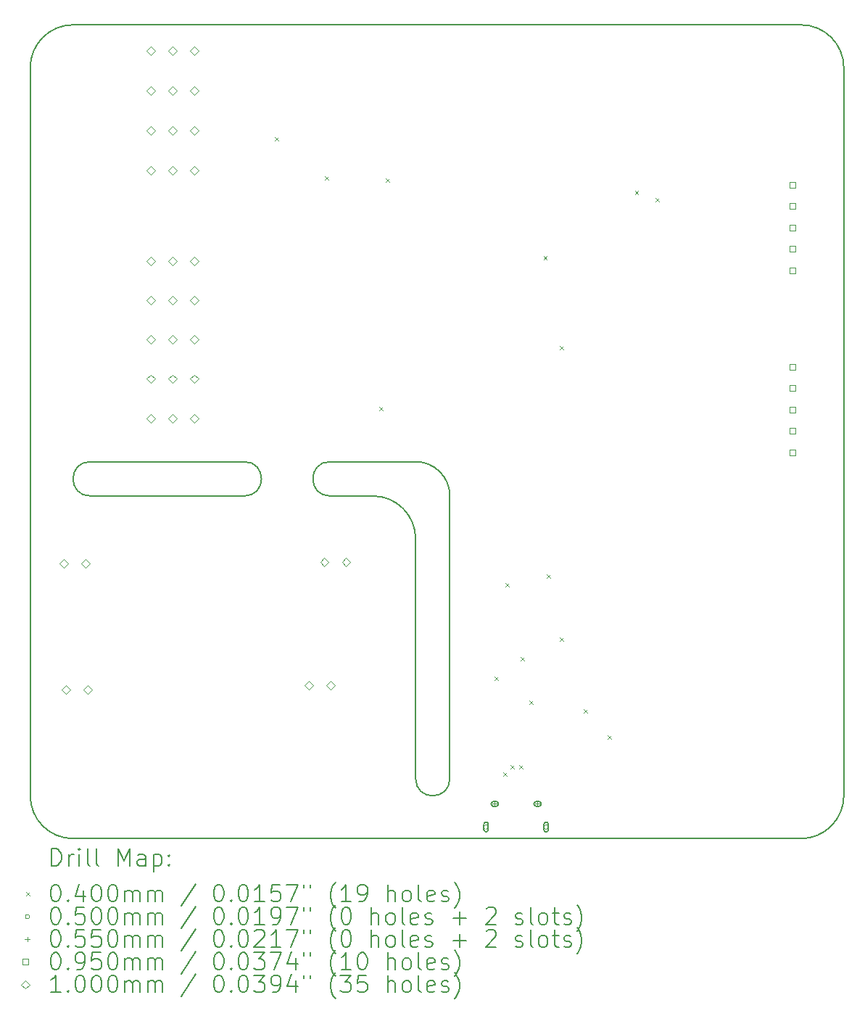
<source format=gbr>
%TF.GenerationSoftware,KiCad,Pcbnew,6.0.11+dfsg-1*%
%TF.CreationDate,2023-12-17T00:58:21-05:00*%
%TF.ProjectId,base_controller,62617365-5f63-46f6-9e74-726f6c6c6572,rev?*%
%TF.SameCoordinates,Original*%
%TF.FileFunction,Drillmap*%
%TF.FilePolarity,Positive*%
%FSLAX45Y45*%
G04 Gerber Fmt 4.5, Leading zero omitted, Abs format (unit mm)*
G04 Created by KiCad (PCBNEW 6.0.11+dfsg-1) date 2023-12-17 00:58:21*
%MOMM*%
%LPD*%
G01*
G04 APERTURE LIST*
%ADD10C,0.150000*%
%ADD11C,0.200000*%
%ADD12C,0.040000*%
%ADD13C,0.050000*%
%ADD14C,0.055000*%
%ADD15C,0.095000*%
%ADD16C,0.100000*%
G04 APERTURE END LIST*
D10*
X10000000Y-14500000D02*
X10000000Y-6000000D01*
X13500000Y-11000000D02*
X14000000Y-11000000D01*
X10500000Y-5500000D02*
G75*
G03*
X10000000Y-6000000I0J-500000D01*
G01*
X10500000Y-15000000D02*
X19000000Y-15000000D01*
X13500000Y-10600000D02*
G75*
G03*
X13500000Y-11000000I0J-200000D01*
G01*
X14500000Y-11500000D02*
G75*
G03*
X14000000Y-11000000I-500000J0D01*
G01*
X14900000Y-11000000D02*
G75*
G03*
X14500000Y-10600000I-400000J0D01*
G01*
X12500000Y-11000000D02*
G75*
G03*
X12500000Y-10600000I0J200000D01*
G01*
X10500000Y-5500000D02*
X19000000Y-5500000D01*
X19500000Y-6000000D02*
X19500000Y-14500000D01*
X19500000Y-6000000D02*
G75*
G03*
X19000000Y-5500000I-500000J0D01*
G01*
X14500000Y-14300000D02*
G75*
G03*
X14900000Y-14300000I200000J0D01*
G01*
X10700000Y-10600000D02*
X12500000Y-10600000D01*
X10700000Y-10600000D02*
G75*
G03*
X10700000Y-11000000I0J-200000D01*
G01*
X10000000Y-14500000D02*
G75*
G03*
X10500000Y-15000000I500000J0D01*
G01*
X10700000Y-11000000D02*
X12500000Y-11000000D01*
X13500000Y-10600000D02*
X14500000Y-10600000D01*
X14900000Y-11000000D02*
X14900000Y-14300000D01*
X14500000Y-11500000D02*
X14500000Y-14300000D01*
X19000000Y-15000000D02*
G75*
G03*
X19500000Y-14500000I0J500000D01*
G01*
D11*
D12*
X12857800Y-6812600D02*
X12897800Y-6852600D01*
X12897800Y-6812600D02*
X12857800Y-6852600D01*
X13442000Y-7269800D02*
X13482000Y-7309800D01*
X13482000Y-7269800D02*
X13442000Y-7309800D01*
X14077000Y-9962200D02*
X14117000Y-10002200D01*
X14117000Y-9962200D02*
X14077000Y-10002200D01*
X14152650Y-7295750D02*
X14192650Y-7335750D01*
X14192650Y-7295750D02*
X14152650Y-7335750D01*
X15423200Y-13111800D02*
X15463200Y-13151800D01*
X15463200Y-13111800D02*
X15423200Y-13151800D01*
X15523400Y-14230800D02*
X15563400Y-14270800D01*
X15563400Y-14230800D02*
X15523400Y-14270800D01*
X15550200Y-12018000D02*
X15590200Y-12058000D01*
X15590200Y-12018000D02*
X15550200Y-12058000D01*
X15609400Y-14144800D02*
X15649400Y-14184800D01*
X15649400Y-14144800D02*
X15609400Y-14184800D01*
X15711900Y-14143900D02*
X15751900Y-14183900D01*
X15751900Y-14143900D02*
X15711900Y-14183900D01*
X15728000Y-12883200D02*
X15768000Y-12923200D01*
X15768000Y-12883200D02*
X15728000Y-12923200D01*
X15829600Y-13391200D02*
X15869600Y-13431200D01*
X15869600Y-13391200D02*
X15829600Y-13431200D01*
X15994700Y-8196900D02*
X16034700Y-8236900D01*
X16034700Y-8196900D02*
X15994700Y-8236900D01*
X16032800Y-11918000D02*
X16072800Y-11958000D01*
X16072800Y-11918000D02*
X16032800Y-11958000D01*
X16186400Y-12655800D02*
X16226400Y-12695800D01*
X16226400Y-12655800D02*
X16186400Y-12695800D01*
X16186800Y-9252600D02*
X16226800Y-9292600D01*
X16226800Y-9252600D02*
X16186800Y-9292600D01*
X16464600Y-13492800D02*
X16504600Y-13532800D01*
X16504600Y-13492800D02*
X16464600Y-13532800D01*
X16744000Y-13797600D02*
X16784000Y-13837600D01*
X16784000Y-13797600D02*
X16744000Y-13837600D01*
X17061500Y-7434900D02*
X17101500Y-7474900D01*
X17101500Y-7434900D02*
X17061500Y-7474900D01*
X17302800Y-7523800D02*
X17342800Y-7563800D01*
X17342800Y-7523800D02*
X17302800Y-7563800D01*
D13*
X15348400Y-14865250D02*
G75*
G03*
X15348400Y-14865250I-25000J0D01*
G01*
D11*
X15298400Y-14832750D02*
X15298400Y-14897750D01*
X15348400Y-14832750D02*
X15348400Y-14897750D01*
X15298400Y-14897750D02*
G75*
G03*
X15348400Y-14897750I25000J0D01*
G01*
X15348400Y-14832750D02*
G75*
G03*
X15298400Y-14832750I-25000J0D01*
G01*
D13*
X16048400Y-14865250D02*
G75*
G03*
X16048400Y-14865250I-25000J0D01*
G01*
D11*
X15998400Y-14832750D02*
X15998400Y-14897750D01*
X16048400Y-14832750D02*
X16048400Y-14897750D01*
X15998400Y-14897750D02*
G75*
G03*
X16048400Y-14897750I25000J0D01*
G01*
X16048400Y-14832750D02*
G75*
G03*
X15998400Y-14832750I-25000J0D01*
G01*
D14*
X15423400Y-14567750D02*
X15423400Y-14622750D01*
X15395900Y-14595250D02*
X15450900Y-14595250D01*
D11*
X15408400Y-14622750D02*
X15438400Y-14622750D01*
X15408400Y-14567750D02*
X15438400Y-14567750D01*
X15438400Y-14622750D02*
G75*
G03*
X15438400Y-14567750I0J27500D01*
G01*
X15408400Y-14567750D02*
G75*
G03*
X15408400Y-14622750I0J-27500D01*
G01*
D14*
X15923400Y-14567750D02*
X15923400Y-14622750D01*
X15895900Y-14595250D02*
X15950900Y-14595250D01*
D11*
X15908400Y-14622750D02*
X15938400Y-14622750D01*
X15908400Y-14567750D02*
X15938400Y-14567750D01*
X15938400Y-14622750D02*
G75*
G03*
X15938400Y-14567750I0J27500D01*
G01*
X15908400Y-14567750D02*
G75*
G03*
X15908400Y-14622750I0J-27500D01*
G01*
D15*
X18931188Y-7399588D02*
X18931188Y-7332412D01*
X18864012Y-7332412D01*
X18864012Y-7399588D01*
X18931188Y-7399588D01*
X18931188Y-7649588D02*
X18931188Y-7582412D01*
X18864012Y-7582412D01*
X18864012Y-7649588D01*
X18931188Y-7649588D01*
X18931188Y-7899588D02*
X18931188Y-7832412D01*
X18864012Y-7832412D01*
X18864012Y-7899588D01*
X18931188Y-7899588D01*
X18931188Y-8149588D02*
X18931188Y-8082412D01*
X18864012Y-8082412D01*
X18864012Y-8149588D01*
X18931188Y-8149588D01*
X18931188Y-8399588D02*
X18931188Y-8332412D01*
X18864012Y-8332412D01*
X18864012Y-8399588D01*
X18931188Y-8399588D01*
X18931188Y-9523788D02*
X18931188Y-9456612D01*
X18864012Y-9456612D01*
X18864012Y-9523788D01*
X18931188Y-9523788D01*
X18931188Y-9773788D02*
X18931188Y-9706612D01*
X18864012Y-9706612D01*
X18864012Y-9773788D01*
X18931188Y-9773788D01*
X18931188Y-10023788D02*
X18931188Y-9956612D01*
X18864012Y-9956612D01*
X18864012Y-10023788D01*
X18931188Y-10023788D01*
X18931188Y-10273788D02*
X18931188Y-10206612D01*
X18864012Y-10206612D01*
X18864012Y-10273788D01*
X18931188Y-10273788D01*
X18931188Y-10523788D02*
X18931188Y-10456612D01*
X18864012Y-10456612D01*
X18864012Y-10523788D01*
X18931188Y-10523788D01*
D16*
X10388600Y-11835600D02*
X10438600Y-11785600D01*
X10388600Y-11735600D01*
X10338600Y-11785600D01*
X10388600Y-11835600D01*
X10414000Y-13308800D02*
X10464000Y-13258800D01*
X10414000Y-13208800D01*
X10364000Y-13258800D01*
X10414000Y-13308800D01*
X10642600Y-11835600D02*
X10692600Y-11785600D01*
X10642600Y-11735600D01*
X10592600Y-11785600D01*
X10642600Y-11835600D01*
X10668000Y-13308800D02*
X10718000Y-13258800D01*
X10668000Y-13208800D01*
X10618000Y-13258800D01*
X10668000Y-13308800D01*
X11410600Y-5852000D02*
X11460600Y-5802000D01*
X11410600Y-5752000D01*
X11360600Y-5802000D01*
X11410600Y-5852000D01*
X11410600Y-6317000D02*
X11460600Y-6267000D01*
X11410600Y-6217000D01*
X11360600Y-6267000D01*
X11410600Y-6317000D01*
X11410600Y-6782000D02*
X11460600Y-6732000D01*
X11410600Y-6682000D01*
X11360600Y-6732000D01*
X11410600Y-6782000D01*
X11410600Y-7247000D02*
X11460600Y-7197000D01*
X11410600Y-7147000D01*
X11360600Y-7197000D01*
X11410600Y-7247000D01*
X11410600Y-8305000D02*
X11460600Y-8255000D01*
X11410600Y-8205000D01*
X11360600Y-8255000D01*
X11410600Y-8305000D01*
X11410600Y-8764400D02*
X11460600Y-8714400D01*
X11410600Y-8664400D01*
X11360600Y-8714400D01*
X11410600Y-8764400D01*
X11410600Y-9223800D02*
X11460600Y-9173800D01*
X11410600Y-9123800D01*
X11360600Y-9173800D01*
X11410600Y-9223800D01*
X11410600Y-9683200D02*
X11460600Y-9633200D01*
X11410600Y-9583200D01*
X11360600Y-9633200D01*
X11410600Y-9683200D01*
X11410600Y-10142600D02*
X11460600Y-10092600D01*
X11410600Y-10042600D01*
X11360600Y-10092600D01*
X11410600Y-10142600D01*
X11664600Y-5852000D02*
X11714600Y-5802000D01*
X11664600Y-5752000D01*
X11614600Y-5802000D01*
X11664600Y-5852000D01*
X11664600Y-6317000D02*
X11714600Y-6267000D01*
X11664600Y-6217000D01*
X11614600Y-6267000D01*
X11664600Y-6317000D01*
X11664600Y-6782000D02*
X11714600Y-6732000D01*
X11664600Y-6682000D01*
X11614600Y-6732000D01*
X11664600Y-6782000D01*
X11664600Y-7247000D02*
X11714600Y-7197000D01*
X11664600Y-7147000D01*
X11614600Y-7197000D01*
X11664600Y-7247000D01*
X11664600Y-8305000D02*
X11714600Y-8255000D01*
X11664600Y-8205000D01*
X11614600Y-8255000D01*
X11664600Y-8305000D01*
X11664600Y-8764400D02*
X11714600Y-8714400D01*
X11664600Y-8664400D01*
X11614600Y-8714400D01*
X11664600Y-8764400D01*
X11664600Y-9223800D02*
X11714600Y-9173800D01*
X11664600Y-9123800D01*
X11614600Y-9173800D01*
X11664600Y-9223800D01*
X11664600Y-9683200D02*
X11714600Y-9633200D01*
X11664600Y-9583200D01*
X11614600Y-9633200D01*
X11664600Y-9683200D01*
X11664600Y-10142600D02*
X11714600Y-10092600D01*
X11664600Y-10042600D01*
X11614600Y-10092600D01*
X11664600Y-10142600D01*
X11918600Y-5852000D02*
X11968600Y-5802000D01*
X11918600Y-5752000D01*
X11868600Y-5802000D01*
X11918600Y-5852000D01*
X11918600Y-6317000D02*
X11968600Y-6267000D01*
X11918600Y-6217000D01*
X11868600Y-6267000D01*
X11918600Y-6317000D01*
X11918600Y-6782000D02*
X11968600Y-6732000D01*
X11918600Y-6682000D01*
X11868600Y-6732000D01*
X11918600Y-6782000D01*
X11918600Y-7247000D02*
X11968600Y-7197000D01*
X11918600Y-7147000D01*
X11868600Y-7197000D01*
X11918600Y-7247000D01*
X11918600Y-8305000D02*
X11968600Y-8255000D01*
X11918600Y-8205000D01*
X11868600Y-8255000D01*
X11918600Y-8305000D01*
X11918600Y-8764400D02*
X11968600Y-8714400D01*
X11918600Y-8664400D01*
X11868600Y-8714400D01*
X11918600Y-8764400D01*
X11918600Y-9223800D02*
X11968600Y-9173800D01*
X11918600Y-9123800D01*
X11868600Y-9173800D01*
X11918600Y-9223800D01*
X11918600Y-9683200D02*
X11968600Y-9633200D01*
X11918600Y-9583200D01*
X11868600Y-9633200D01*
X11918600Y-9683200D01*
X11918600Y-10142600D02*
X11968600Y-10092600D01*
X11918600Y-10042600D01*
X11868600Y-10092600D01*
X11918600Y-10142600D01*
X13255000Y-13258000D02*
X13305000Y-13208000D01*
X13255000Y-13158000D01*
X13205000Y-13208000D01*
X13255000Y-13258000D01*
X13435000Y-11823750D02*
X13485000Y-11773750D01*
X13435000Y-11723750D01*
X13385000Y-11773750D01*
X13435000Y-11823750D01*
X13509000Y-13258000D02*
X13559000Y-13208000D01*
X13509000Y-13158000D01*
X13459000Y-13208000D01*
X13509000Y-13258000D01*
X13689000Y-11823750D02*
X13739000Y-11773750D01*
X13689000Y-11723750D01*
X13639000Y-11773750D01*
X13689000Y-11823750D01*
D11*
X10250119Y-15317976D02*
X10250119Y-15117976D01*
X10297738Y-15117976D01*
X10326310Y-15127500D01*
X10345357Y-15146548D01*
X10354881Y-15165595D01*
X10364405Y-15203690D01*
X10364405Y-15232262D01*
X10354881Y-15270357D01*
X10345357Y-15289405D01*
X10326310Y-15308452D01*
X10297738Y-15317976D01*
X10250119Y-15317976D01*
X10450119Y-15317976D02*
X10450119Y-15184643D01*
X10450119Y-15222738D02*
X10459643Y-15203690D01*
X10469167Y-15194167D01*
X10488214Y-15184643D01*
X10507262Y-15184643D01*
X10573929Y-15317976D02*
X10573929Y-15184643D01*
X10573929Y-15117976D02*
X10564405Y-15127500D01*
X10573929Y-15137024D01*
X10583452Y-15127500D01*
X10573929Y-15117976D01*
X10573929Y-15137024D01*
X10697738Y-15317976D02*
X10678690Y-15308452D01*
X10669167Y-15289405D01*
X10669167Y-15117976D01*
X10802500Y-15317976D02*
X10783452Y-15308452D01*
X10773929Y-15289405D01*
X10773929Y-15117976D01*
X11031071Y-15317976D02*
X11031071Y-15117976D01*
X11097738Y-15260833D01*
X11164405Y-15117976D01*
X11164405Y-15317976D01*
X11345357Y-15317976D02*
X11345357Y-15213214D01*
X11335833Y-15194167D01*
X11316786Y-15184643D01*
X11278690Y-15184643D01*
X11259643Y-15194167D01*
X11345357Y-15308452D02*
X11326309Y-15317976D01*
X11278690Y-15317976D01*
X11259643Y-15308452D01*
X11250119Y-15289405D01*
X11250119Y-15270357D01*
X11259643Y-15251309D01*
X11278690Y-15241786D01*
X11326309Y-15241786D01*
X11345357Y-15232262D01*
X11440595Y-15184643D02*
X11440595Y-15384643D01*
X11440595Y-15194167D02*
X11459643Y-15184643D01*
X11497738Y-15184643D01*
X11516786Y-15194167D01*
X11526309Y-15203690D01*
X11535833Y-15222738D01*
X11535833Y-15279881D01*
X11526309Y-15298928D01*
X11516786Y-15308452D01*
X11497738Y-15317976D01*
X11459643Y-15317976D01*
X11440595Y-15308452D01*
X11621548Y-15298928D02*
X11631071Y-15308452D01*
X11621548Y-15317976D01*
X11612024Y-15308452D01*
X11621548Y-15298928D01*
X11621548Y-15317976D01*
X11621548Y-15194167D02*
X11631071Y-15203690D01*
X11621548Y-15213214D01*
X11612024Y-15203690D01*
X11621548Y-15194167D01*
X11621548Y-15213214D01*
D12*
X9952500Y-15627500D02*
X9992500Y-15667500D01*
X9992500Y-15627500D02*
X9952500Y-15667500D01*
D11*
X10288214Y-15537976D02*
X10307262Y-15537976D01*
X10326310Y-15547500D01*
X10335833Y-15557024D01*
X10345357Y-15576071D01*
X10354881Y-15614167D01*
X10354881Y-15661786D01*
X10345357Y-15699881D01*
X10335833Y-15718928D01*
X10326310Y-15728452D01*
X10307262Y-15737976D01*
X10288214Y-15737976D01*
X10269167Y-15728452D01*
X10259643Y-15718928D01*
X10250119Y-15699881D01*
X10240595Y-15661786D01*
X10240595Y-15614167D01*
X10250119Y-15576071D01*
X10259643Y-15557024D01*
X10269167Y-15547500D01*
X10288214Y-15537976D01*
X10440595Y-15718928D02*
X10450119Y-15728452D01*
X10440595Y-15737976D01*
X10431071Y-15728452D01*
X10440595Y-15718928D01*
X10440595Y-15737976D01*
X10621548Y-15604643D02*
X10621548Y-15737976D01*
X10573929Y-15528452D02*
X10526310Y-15671309D01*
X10650119Y-15671309D01*
X10764405Y-15537976D02*
X10783452Y-15537976D01*
X10802500Y-15547500D01*
X10812024Y-15557024D01*
X10821548Y-15576071D01*
X10831071Y-15614167D01*
X10831071Y-15661786D01*
X10821548Y-15699881D01*
X10812024Y-15718928D01*
X10802500Y-15728452D01*
X10783452Y-15737976D01*
X10764405Y-15737976D01*
X10745357Y-15728452D01*
X10735833Y-15718928D01*
X10726310Y-15699881D01*
X10716786Y-15661786D01*
X10716786Y-15614167D01*
X10726310Y-15576071D01*
X10735833Y-15557024D01*
X10745357Y-15547500D01*
X10764405Y-15537976D01*
X10954881Y-15537976D02*
X10973929Y-15537976D01*
X10992976Y-15547500D01*
X11002500Y-15557024D01*
X11012024Y-15576071D01*
X11021548Y-15614167D01*
X11021548Y-15661786D01*
X11012024Y-15699881D01*
X11002500Y-15718928D01*
X10992976Y-15728452D01*
X10973929Y-15737976D01*
X10954881Y-15737976D01*
X10935833Y-15728452D01*
X10926310Y-15718928D01*
X10916786Y-15699881D01*
X10907262Y-15661786D01*
X10907262Y-15614167D01*
X10916786Y-15576071D01*
X10926310Y-15557024D01*
X10935833Y-15547500D01*
X10954881Y-15537976D01*
X11107262Y-15737976D02*
X11107262Y-15604643D01*
X11107262Y-15623690D02*
X11116786Y-15614167D01*
X11135833Y-15604643D01*
X11164405Y-15604643D01*
X11183452Y-15614167D01*
X11192976Y-15633214D01*
X11192976Y-15737976D01*
X11192976Y-15633214D02*
X11202500Y-15614167D01*
X11221548Y-15604643D01*
X11250119Y-15604643D01*
X11269167Y-15614167D01*
X11278690Y-15633214D01*
X11278690Y-15737976D01*
X11373928Y-15737976D02*
X11373928Y-15604643D01*
X11373928Y-15623690D02*
X11383452Y-15614167D01*
X11402500Y-15604643D01*
X11431071Y-15604643D01*
X11450119Y-15614167D01*
X11459643Y-15633214D01*
X11459643Y-15737976D01*
X11459643Y-15633214D02*
X11469167Y-15614167D01*
X11488214Y-15604643D01*
X11516786Y-15604643D01*
X11535833Y-15614167D01*
X11545357Y-15633214D01*
X11545357Y-15737976D01*
X11935833Y-15528452D02*
X11764405Y-15785595D01*
X12192976Y-15537976D02*
X12212024Y-15537976D01*
X12231071Y-15547500D01*
X12240595Y-15557024D01*
X12250119Y-15576071D01*
X12259643Y-15614167D01*
X12259643Y-15661786D01*
X12250119Y-15699881D01*
X12240595Y-15718928D01*
X12231071Y-15728452D01*
X12212024Y-15737976D01*
X12192976Y-15737976D01*
X12173928Y-15728452D01*
X12164405Y-15718928D01*
X12154881Y-15699881D01*
X12145357Y-15661786D01*
X12145357Y-15614167D01*
X12154881Y-15576071D01*
X12164405Y-15557024D01*
X12173928Y-15547500D01*
X12192976Y-15537976D01*
X12345357Y-15718928D02*
X12354881Y-15728452D01*
X12345357Y-15737976D01*
X12335833Y-15728452D01*
X12345357Y-15718928D01*
X12345357Y-15737976D01*
X12478690Y-15537976D02*
X12497738Y-15537976D01*
X12516786Y-15547500D01*
X12526309Y-15557024D01*
X12535833Y-15576071D01*
X12545357Y-15614167D01*
X12545357Y-15661786D01*
X12535833Y-15699881D01*
X12526309Y-15718928D01*
X12516786Y-15728452D01*
X12497738Y-15737976D01*
X12478690Y-15737976D01*
X12459643Y-15728452D01*
X12450119Y-15718928D01*
X12440595Y-15699881D01*
X12431071Y-15661786D01*
X12431071Y-15614167D01*
X12440595Y-15576071D01*
X12450119Y-15557024D01*
X12459643Y-15547500D01*
X12478690Y-15537976D01*
X12735833Y-15737976D02*
X12621548Y-15737976D01*
X12678690Y-15737976D02*
X12678690Y-15537976D01*
X12659643Y-15566548D01*
X12640595Y-15585595D01*
X12621548Y-15595119D01*
X12916786Y-15537976D02*
X12821548Y-15537976D01*
X12812024Y-15633214D01*
X12821548Y-15623690D01*
X12840595Y-15614167D01*
X12888214Y-15614167D01*
X12907262Y-15623690D01*
X12916786Y-15633214D01*
X12926309Y-15652262D01*
X12926309Y-15699881D01*
X12916786Y-15718928D01*
X12907262Y-15728452D01*
X12888214Y-15737976D01*
X12840595Y-15737976D01*
X12821548Y-15728452D01*
X12812024Y-15718928D01*
X12992976Y-15537976D02*
X13126309Y-15537976D01*
X13040595Y-15737976D01*
X13192976Y-15537976D02*
X13192976Y-15576071D01*
X13269167Y-15537976D02*
X13269167Y-15576071D01*
X13564405Y-15814167D02*
X13554881Y-15804643D01*
X13535833Y-15776071D01*
X13526309Y-15757024D01*
X13516786Y-15728452D01*
X13507262Y-15680833D01*
X13507262Y-15642738D01*
X13516786Y-15595119D01*
X13526309Y-15566548D01*
X13535833Y-15547500D01*
X13554881Y-15518928D01*
X13564405Y-15509405D01*
X13745357Y-15737976D02*
X13631071Y-15737976D01*
X13688214Y-15737976D02*
X13688214Y-15537976D01*
X13669167Y-15566548D01*
X13650119Y-15585595D01*
X13631071Y-15595119D01*
X13840595Y-15737976D02*
X13878690Y-15737976D01*
X13897738Y-15728452D01*
X13907262Y-15718928D01*
X13926309Y-15690357D01*
X13935833Y-15652262D01*
X13935833Y-15576071D01*
X13926309Y-15557024D01*
X13916786Y-15547500D01*
X13897738Y-15537976D01*
X13859643Y-15537976D01*
X13840595Y-15547500D01*
X13831071Y-15557024D01*
X13821548Y-15576071D01*
X13821548Y-15623690D01*
X13831071Y-15642738D01*
X13840595Y-15652262D01*
X13859643Y-15661786D01*
X13897738Y-15661786D01*
X13916786Y-15652262D01*
X13926309Y-15642738D01*
X13935833Y-15623690D01*
X14173928Y-15737976D02*
X14173928Y-15537976D01*
X14259643Y-15737976D02*
X14259643Y-15633214D01*
X14250119Y-15614167D01*
X14231071Y-15604643D01*
X14202500Y-15604643D01*
X14183452Y-15614167D01*
X14173928Y-15623690D01*
X14383452Y-15737976D02*
X14364405Y-15728452D01*
X14354881Y-15718928D01*
X14345357Y-15699881D01*
X14345357Y-15642738D01*
X14354881Y-15623690D01*
X14364405Y-15614167D01*
X14383452Y-15604643D01*
X14412024Y-15604643D01*
X14431071Y-15614167D01*
X14440595Y-15623690D01*
X14450119Y-15642738D01*
X14450119Y-15699881D01*
X14440595Y-15718928D01*
X14431071Y-15728452D01*
X14412024Y-15737976D01*
X14383452Y-15737976D01*
X14564405Y-15737976D02*
X14545357Y-15728452D01*
X14535833Y-15709405D01*
X14535833Y-15537976D01*
X14716786Y-15728452D02*
X14697738Y-15737976D01*
X14659643Y-15737976D01*
X14640595Y-15728452D01*
X14631071Y-15709405D01*
X14631071Y-15633214D01*
X14640595Y-15614167D01*
X14659643Y-15604643D01*
X14697738Y-15604643D01*
X14716786Y-15614167D01*
X14726309Y-15633214D01*
X14726309Y-15652262D01*
X14631071Y-15671309D01*
X14802500Y-15728452D02*
X14821548Y-15737976D01*
X14859643Y-15737976D01*
X14878690Y-15728452D01*
X14888214Y-15709405D01*
X14888214Y-15699881D01*
X14878690Y-15680833D01*
X14859643Y-15671309D01*
X14831071Y-15671309D01*
X14812024Y-15661786D01*
X14802500Y-15642738D01*
X14802500Y-15633214D01*
X14812024Y-15614167D01*
X14831071Y-15604643D01*
X14859643Y-15604643D01*
X14878690Y-15614167D01*
X14954881Y-15814167D02*
X14964405Y-15804643D01*
X14983452Y-15776071D01*
X14992976Y-15757024D01*
X15002500Y-15728452D01*
X15012024Y-15680833D01*
X15012024Y-15642738D01*
X15002500Y-15595119D01*
X14992976Y-15566548D01*
X14983452Y-15547500D01*
X14964405Y-15518928D01*
X14954881Y-15509405D01*
D13*
X9992500Y-15911500D02*
G75*
G03*
X9992500Y-15911500I-25000J0D01*
G01*
D11*
X10288214Y-15801976D02*
X10307262Y-15801976D01*
X10326310Y-15811500D01*
X10335833Y-15821024D01*
X10345357Y-15840071D01*
X10354881Y-15878167D01*
X10354881Y-15925786D01*
X10345357Y-15963881D01*
X10335833Y-15982928D01*
X10326310Y-15992452D01*
X10307262Y-16001976D01*
X10288214Y-16001976D01*
X10269167Y-15992452D01*
X10259643Y-15982928D01*
X10250119Y-15963881D01*
X10240595Y-15925786D01*
X10240595Y-15878167D01*
X10250119Y-15840071D01*
X10259643Y-15821024D01*
X10269167Y-15811500D01*
X10288214Y-15801976D01*
X10440595Y-15982928D02*
X10450119Y-15992452D01*
X10440595Y-16001976D01*
X10431071Y-15992452D01*
X10440595Y-15982928D01*
X10440595Y-16001976D01*
X10631071Y-15801976D02*
X10535833Y-15801976D01*
X10526310Y-15897214D01*
X10535833Y-15887690D01*
X10554881Y-15878167D01*
X10602500Y-15878167D01*
X10621548Y-15887690D01*
X10631071Y-15897214D01*
X10640595Y-15916262D01*
X10640595Y-15963881D01*
X10631071Y-15982928D01*
X10621548Y-15992452D01*
X10602500Y-16001976D01*
X10554881Y-16001976D01*
X10535833Y-15992452D01*
X10526310Y-15982928D01*
X10764405Y-15801976D02*
X10783452Y-15801976D01*
X10802500Y-15811500D01*
X10812024Y-15821024D01*
X10821548Y-15840071D01*
X10831071Y-15878167D01*
X10831071Y-15925786D01*
X10821548Y-15963881D01*
X10812024Y-15982928D01*
X10802500Y-15992452D01*
X10783452Y-16001976D01*
X10764405Y-16001976D01*
X10745357Y-15992452D01*
X10735833Y-15982928D01*
X10726310Y-15963881D01*
X10716786Y-15925786D01*
X10716786Y-15878167D01*
X10726310Y-15840071D01*
X10735833Y-15821024D01*
X10745357Y-15811500D01*
X10764405Y-15801976D01*
X10954881Y-15801976D02*
X10973929Y-15801976D01*
X10992976Y-15811500D01*
X11002500Y-15821024D01*
X11012024Y-15840071D01*
X11021548Y-15878167D01*
X11021548Y-15925786D01*
X11012024Y-15963881D01*
X11002500Y-15982928D01*
X10992976Y-15992452D01*
X10973929Y-16001976D01*
X10954881Y-16001976D01*
X10935833Y-15992452D01*
X10926310Y-15982928D01*
X10916786Y-15963881D01*
X10907262Y-15925786D01*
X10907262Y-15878167D01*
X10916786Y-15840071D01*
X10926310Y-15821024D01*
X10935833Y-15811500D01*
X10954881Y-15801976D01*
X11107262Y-16001976D02*
X11107262Y-15868643D01*
X11107262Y-15887690D02*
X11116786Y-15878167D01*
X11135833Y-15868643D01*
X11164405Y-15868643D01*
X11183452Y-15878167D01*
X11192976Y-15897214D01*
X11192976Y-16001976D01*
X11192976Y-15897214D02*
X11202500Y-15878167D01*
X11221548Y-15868643D01*
X11250119Y-15868643D01*
X11269167Y-15878167D01*
X11278690Y-15897214D01*
X11278690Y-16001976D01*
X11373928Y-16001976D02*
X11373928Y-15868643D01*
X11373928Y-15887690D02*
X11383452Y-15878167D01*
X11402500Y-15868643D01*
X11431071Y-15868643D01*
X11450119Y-15878167D01*
X11459643Y-15897214D01*
X11459643Y-16001976D01*
X11459643Y-15897214D02*
X11469167Y-15878167D01*
X11488214Y-15868643D01*
X11516786Y-15868643D01*
X11535833Y-15878167D01*
X11545357Y-15897214D01*
X11545357Y-16001976D01*
X11935833Y-15792452D02*
X11764405Y-16049595D01*
X12192976Y-15801976D02*
X12212024Y-15801976D01*
X12231071Y-15811500D01*
X12240595Y-15821024D01*
X12250119Y-15840071D01*
X12259643Y-15878167D01*
X12259643Y-15925786D01*
X12250119Y-15963881D01*
X12240595Y-15982928D01*
X12231071Y-15992452D01*
X12212024Y-16001976D01*
X12192976Y-16001976D01*
X12173928Y-15992452D01*
X12164405Y-15982928D01*
X12154881Y-15963881D01*
X12145357Y-15925786D01*
X12145357Y-15878167D01*
X12154881Y-15840071D01*
X12164405Y-15821024D01*
X12173928Y-15811500D01*
X12192976Y-15801976D01*
X12345357Y-15982928D02*
X12354881Y-15992452D01*
X12345357Y-16001976D01*
X12335833Y-15992452D01*
X12345357Y-15982928D01*
X12345357Y-16001976D01*
X12478690Y-15801976D02*
X12497738Y-15801976D01*
X12516786Y-15811500D01*
X12526309Y-15821024D01*
X12535833Y-15840071D01*
X12545357Y-15878167D01*
X12545357Y-15925786D01*
X12535833Y-15963881D01*
X12526309Y-15982928D01*
X12516786Y-15992452D01*
X12497738Y-16001976D01*
X12478690Y-16001976D01*
X12459643Y-15992452D01*
X12450119Y-15982928D01*
X12440595Y-15963881D01*
X12431071Y-15925786D01*
X12431071Y-15878167D01*
X12440595Y-15840071D01*
X12450119Y-15821024D01*
X12459643Y-15811500D01*
X12478690Y-15801976D01*
X12735833Y-16001976D02*
X12621548Y-16001976D01*
X12678690Y-16001976D02*
X12678690Y-15801976D01*
X12659643Y-15830548D01*
X12640595Y-15849595D01*
X12621548Y-15859119D01*
X12831071Y-16001976D02*
X12869167Y-16001976D01*
X12888214Y-15992452D01*
X12897738Y-15982928D01*
X12916786Y-15954357D01*
X12926309Y-15916262D01*
X12926309Y-15840071D01*
X12916786Y-15821024D01*
X12907262Y-15811500D01*
X12888214Y-15801976D01*
X12850119Y-15801976D01*
X12831071Y-15811500D01*
X12821548Y-15821024D01*
X12812024Y-15840071D01*
X12812024Y-15887690D01*
X12821548Y-15906738D01*
X12831071Y-15916262D01*
X12850119Y-15925786D01*
X12888214Y-15925786D01*
X12907262Y-15916262D01*
X12916786Y-15906738D01*
X12926309Y-15887690D01*
X12992976Y-15801976D02*
X13126309Y-15801976D01*
X13040595Y-16001976D01*
X13192976Y-15801976D02*
X13192976Y-15840071D01*
X13269167Y-15801976D02*
X13269167Y-15840071D01*
X13564405Y-16078167D02*
X13554881Y-16068643D01*
X13535833Y-16040071D01*
X13526309Y-16021024D01*
X13516786Y-15992452D01*
X13507262Y-15944833D01*
X13507262Y-15906738D01*
X13516786Y-15859119D01*
X13526309Y-15830548D01*
X13535833Y-15811500D01*
X13554881Y-15782928D01*
X13564405Y-15773405D01*
X13678690Y-15801976D02*
X13697738Y-15801976D01*
X13716786Y-15811500D01*
X13726309Y-15821024D01*
X13735833Y-15840071D01*
X13745357Y-15878167D01*
X13745357Y-15925786D01*
X13735833Y-15963881D01*
X13726309Y-15982928D01*
X13716786Y-15992452D01*
X13697738Y-16001976D01*
X13678690Y-16001976D01*
X13659643Y-15992452D01*
X13650119Y-15982928D01*
X13640595Y-15963881D01*
X13631071Y-15925786D01*
X13631071Y-15878167D01*
X13640595Y-15840071D01*
X13650119Y-15821024D01*
X13659643Y-15811500D01*
X13678690Y-15801976D01*
X13983452Y-16001976D02*
X13983452Y-15801976D01*
X14069167Y-16001976D02*
X14069167Y-15897214D01*
X14059643Y-15878167D01*
X14040595Y-15868643D01*
X14012024Y-15868643D01*
X13992976Y-15878167D01*
X13983452Y-15887690D01*
X14192976Y-16001976D02*
X14173928Y-15992452D01*
X14164405Y-15982928D01*
X14154881Y-15963881D01*
X14154881Y-15906738D01*
X14164405Y-15887690D01*
X14173928Y-15878167D01*
X14192976Y-15868643D01*
X14221548Y-15868643D01*
X14240595Y-15878167D01*
X14250119Y-15887690D01*
X14259643Y-15906738D01*
X14259643Y-15963881D01*
X14250119Y-15982928D01*
X14240595Y-15992452D01*
X14221548Y-16001976D01*
X14192976Y-16001976D01*
X14373928Y-16001976D02*
X14354881Y-15992452D01*
X14345357Y-15973405D01*
X14345357Y-15801976D01*
X14526309Y-15992452D02*
X14507262Y-16001976D01*
X14469167Y-16001976D01*
X14450119Y-15992452D01*
X14440595Y-15973405D01*
X14440595Y-15897214D01*
X14450119Y-15878167D01*
X14469167Y-15868643D01*
X14507262Y-15868643D01*
X14526309Y-15878167D01*
X14535833Y-15897214D01*
X14535833Y-15916262D01*
X14440595Y-15935309D01*
X14612024Y-15992452D02*
X14631071Y-16001976D01*
X14669167Y-16001976D01*
X14688214Y-15992452D01*
X14697738Y-15973405D01*
X14697738Y-15963881D01*
X14688214Y-15944833D01*
X14669167Y-15935309D01*
X14640595Y-15935309D01*
X14621548Y-15925786D01*
X14612024Y-15906738D01*
X14612024Y-15897214D01*
X14621548Y-15878167D01*
X14640595Y-15868643D01*
X14669167Y-15868643D01*
X14688214Y-15878167D01*
X14935833Y-15925786D02*
X15088214Y-15925786D01*
X15012024Y-16001976D02*
X15012024Y-15849595D01*
X15326309Y-15821024D02*
X15335833Y-15811500D01*
X15354881Y-15801976D01*
X15402500Y-15801976D01*
X15421548Y-15811500D01*
X15431071Y-15821024D01*
X15440595Y-15840071D01*
X15440595Y-15859119D01*
X15431071Y-15887690D01*
X15316786Y-16001976D01*
X15440595Y-16001976D01*
X15669167Y-15992452D02*
X15688214Y-16001976D01*
X15726309Y-16001976D01*
X15745357Y-15992452D01*
X15754881Y-15973405D01*
X15754881Y-15963881D01*
X15745357Y-15944833D01*
X15726309Y-15935309D01*
X15697738Y-15935309D01*
X15678690Y-15925786D01*
X15669167Y-15906738D01*
X15669167Y-15897214D01*
X15678690Y-15878167D01*
X15697738Y-15868643D01*
X15726309Y-15868643D01*
X15745357Y-15878167D01*
X15869167Y-16001976D02*
X15850119Y-15992452D01*
X15840595Y-15973405D01*
X15840595Y-15801976D01*
X15973928Y-16001976D02*
X15954881Y-15992452D01*
X15945357Y-15982928D01*
X15935833Y-15963881D01*
X15935833Y-15906738D01*
X15945357Y-15887690D01*
X15954881Y-15878167D01*
X15973928Y-15868643D01*
X16002500Y-15868643D01*
X16021548Y-15878167D01*
X16031071Y-15887690D01*
X16040595Y-15906738D01*
X16040595Y-15963881D01*
X16031071Y-15982928D01*
X16021548Y-15992452D01*
X16002500Y-16001976D01*
X15973928Y-16001976D01*
X16097738Y-15868643D02*
X16173928Y-15868643D01*
X16126309Y-15801976D02*
X16126309Y-15973405D01*
X16135833Y-15992452D01*
X16154881Y-16001976D01*
X16173928Y-16001976D01*
X16231071Y-15992452D02*
X16250119Y-16001976D01*
X16288214Y-16001976D01*
X16307262Y-15992452D01*
X16316786Y-15973405D01*
X16316786Y-15963881D01*
X16307262Y-15944833D01*
X16288214Y-15935309D01*
X16259643Y-15935309D01*
X16240595Y-15925786D01*
X16231071Y-15906738D01*
X16231071Y-15897214D01*
X16240595Y-15878167D01*
X16259643Y-15868643D01*
X16288214Y-15868643D01*
X16307262Y-15878167D01*
X16383452Y-16078167D02*
X16392976Y-16068643D01*
X16412024Y-16040071D01*
X16421548Y-16021024D01*
X16431071Y-15992452D01*
X16440595Y-15944833D01*
X16440595Y-15906738D01*
X16431071Y-15859119D01*
X16421548Y-15830548D01*
X16412024Y-15811500D01*
X16392976Y-15782928D01*
X16383452Y-15773405D01*
D14*
X9965000Y-16148000D02*
X9965000Y-16203000D01*
X9937500Y-16175500D02*
X9992500Y-16175500D01*
D11*
X10288214Y-16065976D02*
X10307262Y-16065976D01*
X10326310Y-16075500D01*
X10335833Y-16085024D01*
X10345357Y-16104071D01*
X10354881Y-16142167D01*
X10354881Y-16189786D01*
X10345357Y-16227881D01*
X10335833Y-16246928D01*
X10326310Y-16256452D01*
X10307262Y-16265976D01*
X10288214Y-16265976D01*
X10269167Y-16256452D01*
X10259643Y-16246928D01*
X10250119Y-16227881D01*
X10240595Y-16189786D01*
X10240595Y-16142167D01*
X10250119Y-16104071D01*
X10259643Y-16085024D01*
X10269167Y-16075500D01*
X10288214Y-16065976D01*
X10440595Y-16246928D02*
X10450119Y-16256452D01*
X10440595Y-16265976D01*
X10431071Y-16256452D01*
X10440595Y-16246928D01*
X10440595Y-16265976D01*
X10631071Y-16065976D02*
X10535833Y-16065976D01*
X10526310Y-16161214D01*
X10535833Y-16151690D01*
X10554881Y-16142167D01*
X10602500Y-16142167D01*
X10621548Y-16151690D01*
X10631071Y-16161214D01*
X10640595Y-16180262D01*
X10640595Y-16227881D01*
X10631071Y-16246928D01*
X10621548Y-16256452D01*
X10602500Y-16265976D01*
X10554881Y-16265976D01*
X10535833Y-16256452D01*
X10526310Y-16246928D01*
X10821548Y-16065976D02*
X10726310Y-16065976D01*
X10716786Y-16161214D01*
X10726310Y-16151690D01*
X10745357Y-16142167D01*
X10792976Y-16142167D01*
X10812024Y-16151690D01*
X10821548Y-16161214D01*
X10831071Y-16180262D01*
X10831071Y-16227881D01*
X10821548Y-16246928D01*
X10812024Y-16256452D01*
X10792976Y-16265976D01*
X10745357Y-16265976D01*
X10726310Y-16256452D01*
X10716786Y-16246928D01*
X10954881Y-16065976D02*
X10973929Y-16065976D01*
X10992976Y-16075500D01*
X11002500Y-16085024D01*
X11012024Y-16104071D01*
X11021548Y-16142167D01*
X11021548Y-16189786D01*
X11012024Y-16227881D01*
X11002500Y-16246928D01*
X10992976Y-16256452D01*
X10973929Y-16265976D01*
X10954881Y-16265976D01*
X10935833Y-16256452D01*
X10926310Y-16246928D01*
X10916786Y-16227881D01*
X10907262Y-16189786D01*
X10907262Y-16142167D01*
X10916786Y-16104071D01*
X10926310Y-16085024D01*
X10935833Y-16075500D01*
X10954881Y-16065976D01*
X11107262Y-16265976D02*
X11107262Y-16132643D01*
X11107262Y-16151690D02*
X11116786Y-16142167D01*
X11135833Y-16132643D01*
X11164405Y-16132643D01*
X11183452Y-16142167D01*
X11192976Y-16161214D01*
X11192976Y-16265976D01*
X11192976Y-16161214D02*
X11202500Y-16142167D01*
X11221548Y-16132643D01*
X11250119Y-16132643D01*
X11269167Y-16142167D01*
X11278690Y-16161214D01*
X11278690Y-16265976D01*
X11373928Y-16265976D02*
X11373928Y-16132643D01*
X11373928Y-16151690D02*
X11383452Y-16142167D01*
X11402500Y-16132643D01*
X11431071Y-16132643D01*
X11450119Y-16142167D01*
X11459643Y-16161214D01*
X11459643Y-16265976D01*
X11459643Y-16161214D02*
X11469167Y-16142167D01*
X11488214Y-16132643D01*
X11516786Y-16132643D01*
X11535833Y-16142167D01*
X11545357Y-16161214D01*
X11545357Y-16265976D01*
X11935833Y-16056452D02*
X11764405Y-16313595D01*
X12192976Y-16065976D02*
X12212024Y-16065976D01*
X12231071Y-16075500D01*
X12240595Y-16085024D01*
X12250119Y-16104071D01*
X12259643Y-16142167D01*
X12259643Y-16189786D01*
X12250119Y-16227881D01*
X12240595Y-16246928D01*
X12231071Y-16256452D01*
X12212024Y-16265976D01*
X12192976Y-16265976D01*
X12173928Y-16256452D01*
X12164405Y-16246928D01*
X12154881Y-16227881D01*
X12145357Y-16189786D01*
X12145357Y-16142167D01*
X12154881Y-16104071D01*
X12164405Y-16085024D01*
X12173928Y-16075500D01*
X12192976Y-16065976D01*
X12345357Y-16246928D02*
X12354881Y-16256452D01*
X12345357Y-16265976D01*
X12335833Y-16256452D01*
X12345357Y-16246928D01*
X12345357Y-16265976D01*
X12478690Y-16065976D02*
X12497738Y-16065976D01*
X12516786Y-16075500D01*
X12526309Y-16085024D01*
X12535833Y-16104071D01*
X12545357Y-16142167D01*
X12545357Y-16189786D01*
X12535833Y-16227881D01*
X12526309Y-16246928D01*
X12516786Y-16256452D01*
X12497738Y-16265976D01*
X12478690Y-16265976D01*
X12459643Y-16256452D01*
X12450119Y-16246928D01*
X12440595Y-16227881D01*
X12431071Y-16189786D01*
X12431071Y-16142167D01*
X12440595Y-16104071D01*
X12450119Y-16085024D01*
X12459643Y-16075500D01*
X12478690Y-16065976D01*
X12621548Y-16085024D02*
X12631071Y-16075500D01*
X12650119Y-16065976D01*
X12697738Y-16065976D01*
X12716786Y-16075500D01*
X12726309Y-16085024D01*
X12735833Y-16104071D01*
X12735833Y-16123119D01*
X12726309Y-16151690D01*
X12612024Y-16265976D01*
X12735833Y-16265976D01*
X12926309Y-16265976D02*
X12812024Y-16265976D01*
X12869167Y-16265976D02*
X12869167Y-16065976D01*
X12850119Y-16094548D01*
X12831071Y-16113595D01*
X12812024Y-16123119D01*
X12992976Y-16065976D02*
X13126309Y-16065976D01*
X13040595Y-16265976D01*
X13192976Y-16065976D02*
X13192976Y-16104071D01*
X13269167Y-16065976D02*
X13269167Y-16104071D01*
X13564405Y-16342167D02*
X13554881Y-16332643D01*
X13535833Y-16304071D01*
X13526309Y-16285024D01*
X13516786Y-16256452D01*
X13507262Y-16208833D01*
X13507262Y-16170738D01*
X13516786Y-16123119D01*
X13526309Y-16094548D01*
X13535833Y-16075500D01*
X13554881Y-16046928D01*
X13564405Y-16037405D01*
X13678690Y-16065976D02*
X13697738Y-16065976D01*
X13716786Y-16075500D01*
X13726309Y-16085024D01*
X13735833Y-16104071D01*
X13745357Y-16142167D01*
X13745357Y-16189786D01*
X13735833Y-16227881D01*
X13726309Y-16246928D01*
X13716786Y-16256452D01*
X13697738Y-16265976D01*
X13678690Y-16265976D01*
X13659643Y-16256452D01*
X13650119Y-16246928D01*
X13640595Y-16227881D01*
X13631071Y-16189786D01*
X13631071Y-16142167D01*
X13640595Y-16104071D01*
X13650119Y-16085024D01*
X13659643Y-16075500D01*
X13678690Y-16065976D01*
X13983452Y-16265976D02*
X13983452Y-16065976D01*
X14069167Y-16265976D02*
X14069167Y-16161214D01*
X14059643Y-16142167D01*
X14040595Y-16132643D01*
X14012024Y-16132643D01*
X13992976Y-16142167D01*
X13983452Y-16151690D01*
X14192976Y-16265976D02*
X14173928Y-16256452D01*
X14164405Y-16246928D01*
X14154881Y-16227881D01*
X14154881Y-16170738D01*
X14164405Y-16151690D01*
X14173928Y-16142167D01*
X14192976Y-16132643D01*
X14221548Y-16132643D01*
X14240595Y-16142167D01*
X14250119Y-16151690D01*
X14259643Y-16170738D01*
X14259643Y-16227881D01*
X14250119Y-16246928D01*
X14240595Y-16256452D01*
X14221548Y-16265976D01*
X14192976Y-16265976D01*
X14373928Y-16265976D02*
X14354881Y-16256452D01*
X14345357Y-16237405D01*
X14345357Y-16065976D01*
X14526309Y-16256452D02*
X14507262Y-16265976D01*
X14469167Y-16265976D01*
X14450119Y-16256452D01*
X14440595Y-16237405D01*
X14440595Y-16161214D01*
X14450119Y-16142167D01*
X14469167Y-16132643D01*
X14507262Y-16132643D01*
X14526309Y-16142167D01*
X14535833Y-16161214D01*
X14535833Y-16180262D01*
X14440595Y-16199309D01*
X14612024Y-16256452D02*
X14631071Y-16265976D01*
X14669167Y-16265976D01*
X14688214Y-16256452D01*
X14697738Y-16237405D01*
X14697738Y-16227881D01*
X14688214Y-16208833D01*
X14669167Y-16199309D01*
X14640595Y-16199309D01*
X14621548Y-16189786D01*
X14612024Y-16170738D01*
X14612024Y-16161214D01*
X14621548Y-16142167D01*
X14640595Y-16132643D01*
X14669167Y-16132643D01*
X14688214Y-16142167D01*
X14935833Y-16189786D02*
X15088214Y-16189786D01*
X15012024Y-16265976D02*
X15012024Y-16113595D01*
X15326309Y-16085024D02*
X15335833Y-16075500D01*
X15354881Y-16065976D01*
X15402500Y-16065976D01*
X15421548Y-16075500D01*
X15431071Y-16085024D01*
X15440595Y-16104071D01*
X15440595Y-16123119D01*
X15431071Y-16151690D01*
X15316786Y-16265976D01*
X15440595Y-16265976D01*
X15669167Y-16256452D02*
X15688214Y-16265976D01*
X15726309Y-16265976D01*
X15745357Y-16256452D01*
X15754881Y-16237405D01*
X15754881Y-16227881D01*
X15745357Y-16208833D01*
X15726309Y-16199309D01*
X15697738Y-16199309D01*
X15678690Y-16189786D01*
X15669167Y-16170738D01*
X15669167Y-16161214D01*
X15678690Y-16142167D01*
X15697738Y-16132643D01*
X15726309Y-16132643D01*
X15745357Y-16142167D01*
X15869167Y-16265976D02*
X15850119Y-16256452D01*
X15840595Y-16237405D01*
X15840595Y-16065976D01*
X15973928Y-16265976D02*
X15954881Y-16256452D01*
X15945357Y-16246928D01*
X15935833Y-16227881D01*
X15935833Y-16170738D01*
X15945357Y-16151690D01*
X15954881Y-16142167D01*
X15973928Y-16132643D01*
X16002500Y-16132643D01*
X16021548Y-16142167D01*
X16031071Y-16151690D01*
X16040595Y-16170738D01*
X16040595Y-16227881D01*
X16031071Y-16246928D01*
X16021548Y-16256452D01*
X16002500Y-16265976D01*
X15973928Y-16265976D01*
X16097738Y-16132643D02*
X16173928Y-16132643D01*
X16126309Y-16065976D02*
X16126309Y-16237405D01*
X16135833Y-16256452D01*
X16154881Y-16265976D01*
X16173928Y-16265976D01*
X16231071Y-16256452D02*
X16250119Y-16265976D01*
X16288214Y-16265976D01*
X16307262Y-16256452D01*
X16316786Y-16237405D01*
X16316786Y-16227881D01*
X16307262Y-16208833D01*
X16288214Y-16199309D01*
X16259643Y-16199309D01*
X16240595Y-16189786D01*
X16231071Y-16170738D01*
X16231071Y-16161214D01*
X16240595Y-16142167D01*
X16259643Y-16132643D01*
X16288214Y-16132643D01*
X16307262Y-16142167D01*
X16383452Y-16342167D02*
X16392976Y-16332643D01*
X16412024Y-16304071D01*
X16421548Y-16285024D01*
X16431071Y-16256452D01*
X16440595Y-16208833D01*
X16440595Y-16170738D01*
X16431071Y-16123119D01*
X16421548Y-16094548D01*
X16412024Y-16075500D01*
X16392976Y-16046928D01*
X16383452Y-16037405D01*
D15*
X9978588Y-16473088D02*
X9978588Y-16405912D01*
X9911412Y-16405912D01*
X9911412Y-16473088D01*
X9978588Y-16473088D01*
D11*
X10288214Y-16329976D02*
X10307262Y-16329976D01*
X10326310Y-16339500D01*
X10335833Y-16349024D01*
X10345357Y-16368071D01*
X10354881Y-16406167D01*
X10354881Y-16453786D01*
X10345357Y-16491881D01*
X10335833Y-16510928D01*
X10326310Y-16520452D01*
X10307262Y-16529976D01*
X10288214Y-16529976D01*
X10269167Y-16520452D01*
X10259643Y-16510928D01*
X10250119Y-16491881D01*
X10240595Y-16453786D01*
X10240595Y-16406167D01*
X10250119Y-16368071D01*
X10259643Y-16349024D01*
X10269167Y-16339500D01*
X10288214Y-16329976D01*
X10440595Y-16510928D02*
X10450119Y-16520452D01*
X10440595Y-16529976D01*
X10431071Y-16520452D01*
X10440595Y-16510928D01*
X10440595Y-16529976D01*
X10545357Y-16529976D02*
X10583452Y-16529976D01*
X10602500Y-16520452D01*
X10612024Y-16510928D01*
X10631071Y-16482357D01*
X10640595Y-16444262D01*
X10640595Y-16368071D01*
X10631071Y-16349024D01*
X10621548Y-16339500D01*
X10602500Y-16329976D01*
X10564405Y-16329976D01*
X10545357Y-16339500D01*
X10535833Y-16349024D01*
X10526310Y-16368071D01*
X10526310Y-16415690D01*
X10535833Y-16434738D01*
X10545357Y-16444262D01*
X10564405Y-16453786D01*
X10602500Y-16453786D01*
X10621548Y-16444262D01*
X10631071Y-16434738D01*
X10640595Y-16415690D01*
X10821548Y-16329976D02*
X10726310Y-16329976D01*
X10716786Y-16425214D01*
X10726310Y-16415690D01*
X10745357Y-16406167D01*
X10792976Y-16406167D01*
X10812024Y-16415690D01*
X10821548Y-16425214D01*
X10831071Y-16444262D01*
X10831071Y-16491881D01*
X10821548Y-16510928D01*
X10812024Y-16520452D01*
X10792976Y-16529976D01*
X10745357Y-16529976D01*
X10726310Y-16520452D01*
X10716786Y-16510928D01*
X10954881Y-16329976D02*
X10973929Y-16329976D01*
X10992976Y-16339500D01*
X11002500Y-16349024D01*
X11012024Y-16368071D01*
X11021548Y-16406167D01*
X11021548Y-16453786D01*
X11012024Y-16491881D01*
X11002500Y-16510928D01*
X10992976Y-16520452D01*
X10973929Y-16529976D01*
X10954881Y-16529976D01*
X10935833Y-16520452D01*
X10926310Y-16510928D01*
X10916786Y-16491881D01*
X10907262Y-16453786D01*
X10907262Y-16406167D01*
X10916786Y-16368071D01*
X10926310Y-16349024D01*
X10935833Y-16339500D01*
X10954881Y-16329976D01*
X11107262Y-16529976D02*
X11107262Y-16396643D01*
X11107262Y-16415690D02*
X11116786Y-16406167D01*
X11135833Y-16396643D01*
X11164405Y-16396643D01*
X11183452Y-16406167D01*
X11192976Y-16425214D01*
X11192976Y-16529976D01*
X11192976Y-16425214D02*
X11202500Y-16406167D01*
X11221548Y-16396643D01*
X11250119Y-16396643D01*
X11269167Y-16406167D01*
X11278690Y-16425214D01*
X11278690Y-16529976D01*
X11373928Y-16529976D02*
X11373928Y-16396643D01*
X11373928Y-16415690D02*
X11383452Y-16406167D01*
X11402500Y-16396643D01*
X11431071Y-16396643D01*
X11450119Y-16406167D01*
X11459643Y-16425214D01*
X11459643Y-16529976D01*
X11459643Y-16425214D02*
X11469167Y-16406167D01*
X11488214Y-16396643D01*
X11516786Y-16396643D01*
X11535833Y-16406167D01*
X11545357Y-16425214D01*
X11545357Y-16529976D01*
X11935833Y-16320452D02*
X11764405Y-16577595D01*
X12192976Y-16329976D02*
X12212024Y-16329976D01*
X12231071Y-16339500D01*
X12240595Y-16349024D01*
X12250119Y-16368071D01*
X12259643Y-16406167D01*
X12259643Y-16453786D01*
X12250119Y-16491881D01*
X12240595Y-16510928D01*
X12231071Y-16520452D01*
X12212024Y-16529976D01*
X12192976Y-16529976D01*
X12173928Y-16520452D01*
X12164405Y-16510928D01*
X12154881Y-16491881D01*
X12145357Y-16453786D01*
X12145357Y-16406167D01*
X12154881Y-16368071D01*
X12164405Y-16349024D01*
X12173928Y-16339500D01*
X12192976Y-16329976D01*
X12345357Y-16510928D02*
X12354881Y-16520452D01*
X12345357Y-16529976D01*
X12335833Y-16520452D01*
X12345357Y-16510928D01*
X12345357Y-16529976D01*
X12478690Y-16329976D02*
X12497738Y-16329976D01*
X12516786Y-16339500D01*
X12526309Y-16349024D01*
X12535833Y-16368071D01*
X12545357Y-16406167D01*
X12545357Y-16453786D01*
X12535833Y-16491881D01*
X12526309Y-16510928D01*
X12516786Y-16520452D01*
X12497738Y-16529976D01*
X12478690Y-16529976D01*
X12459643Y-16520452D01*
X12450119Y-16510928D01*
X12440595Y-16491881D01*
X12431071Y-16453786D01*
X12431071Y-16406167D01*
X12440595Y-16368071D01*
X12450119Y-16349024D01*
X12459643Y-16339500D01*
X12478690Y-16329976D01*
X12612024Y-16329976D02*
X12735833Y-16329976D01*
X12669167Y-16406167D01*
X12697738Y-16406167D01*
X12716786Y-16415690D01*
X12726309Y-16425214D01*
X12735833Y-16444262D01*
X12735833Y-16491881D01*
X12726309Y-16510928D01*
X12716786Y-16520452D01*
X12697738Y-16529976D01*
X12640595Y-16529976D01*
X12621548Y-16520452D01*
X12612024Y-16510928D01*
X12802500Y-16329976D02*
X12935833Y-16329976D01*
X12850119Y-16529976D01*
X13097738Y-16396643D02*
X13097738Y-16529976D01*
X13050119Y-16320452D02*
X13002500Y-16463309D01*
X13126309Y-16463309D01*
X13192976Y-16329976D02*
X13192976Y-16368071D01*
X13269167Y-16329976D02*
X13269167Y-16368071D01*
X13564405Y-16606167D02*
X13554881Y-16596643D01*
X13535833Y-16568071D01*
X13526309Y-16549024D01*
X13516786Y-16520452D01*
X13507262Y-16472833D01*
X13507262Y-16434738D01*
X13516786Y-16387119D01*
X13526309Y-16358548D01*
X13535833Y-16339500D01*
X13554881Y-16310928D01*
X13564405Y-16301405D01*
X13745357Y-16529976D02*
X13631071Y-16529976D01*
X13688214Y-16529976D02*
X13688214Y-16329976D01*
X13669167Y-16358548D01*
X13650119Y-16377595D01*
X13631071Y-16387119D01*
X13869167Y-16329976D02*
X13888214Y-16329976D01*
X13907262Y-16339500D01*
X13916786Y-16349024D01*
X13926309Y-16368071D01*
X13935833Y-16406167D01*
X13935833Y-16453786D01*
X13926309Y-16491881D01*
X13916786Y-16510928D01*
X13907262Y-16520452D01*
X13888214Y-16529976D01*
X13869167Y-16529976D01*
X13850119Y-16520452D01*
X13840595Y-16510928D01*
X13831071Y-16491881D01*
X13821548Y-16453786D01*
X13821548Y-16406167D01*
X13831071Y-16368071D01*
X13840595Y-16349024D01*
X13850119Y-16339500D01*
X13869167Y-16329976D01*
X14173928Y-16529976D02*
X14173928Y-16329976D01*
X14259643Y-16529976D02*
X14259643Y-16425214D01*
X14250119Y-16406167D01*
X14231071Y-16396643D01*
X14202500Y-16396643D01*
X14183452Y-16406167D01*
X14173928Y-16415690D01*
X14383452Y-16529976D02*
X14364405Y-16520452D01*
X14354881Y-16510928D01*
X14345357Y-16491881D01*
X14345357Y-16434738D01*
X14354881Y-16415690D01*
X14364405Y-16406167D01*
X14383452Y-16396643D01*
X14412024Y-16396643D01*
X14431071Y-16406167D01*
X14440595Y-16415690D01*
X14450119Y-16434738D01*
X14450119Y-16491881D01*
X14440595Y-16510928D01*
X14431071Y-16520452D01*
X14412024Y-16529976D01*
X14383452Y-16529976D01*
X14564405Y-16529976D02*
X14545357Y-16520452D01*
X14535833Y-16501405D01*
X14535833Y-16329976D01*
X14716786Y-16520452D02*
X14697738Y-16529976D01*
X14659643Y-16529976D01*
X14640595Y-16520452D01*
X14631071Y-16501405D01*
X14631071Y-16425214D01*
X14640595Y-16406167D01*
X14659643Y-16396643D01*
X14697738Y-16396643D01*
X14716786Y-16406167D01*
X14726309Y-16425214D01*
X14726309Y-16444262D01*
X14631071Y-16463309D01*
X14802500Y-16520452D02*
X14821548Y-16529976D01*
X14859643Y-16529976D01*
X14878690Y-16520452D01*
X14888214Y-16501405D01*
X14888214Y-16491881D01*
X14878690Y-16472833D01*
X14859643Y-16463309D01*
X14831071Y-16463309D01*
X14812024Y-16453786D01*
X14802500Y-16434738D01*
X14802500Y-16425214D01*
X14812024Y-16406167D01*
X14831071Y-16396643D01*
X14859643Y-16396643D01*
X14878690Y-16406167D01*
X14954881Y-16606167D02*
X14964405Y-16596643D01*
X14983452Y-16568071D01*
X14992976Y-16549024D01*
X15002500Y-16520452D01*
X15012024Y-16472833D01*
X15012024Y-16434738D01*
X15002500Y-16387119D01*
X14992976Y-16358548D01*
X14983452Y-16339500D01*
X14964405Y-16310928D01*
X14954881Y-16301405D01*
D16*
X9942500Y-16753500D02*
X9992500Y-16703500D01*
X9942500Y-16653500D01*
X9892500Y-16703500D01*
X9942500Y-16753500D01*
D11*
X10354881Y-16793976D02*
X10240595Y-16793976D01*
X10297738Y-16793976D02*
X10297738Y-16593976D01*
X10278690Y-16622548D01*
X10259643Y-16641595D01*
X10240595Y-16651119D01*
X10440595Y-16774928D02*
X10450119Y-16784452D01*
X10440595Y-16793976D01*
X10431071Y-16784452D01*
X10440595Y-16774928D01*
X10440595Y-16793976D01*
X10573929Y-16593976D02*
X10592976Y-16593976D01*
X10612024Y-16603500D01*
X10621548Y-16613024D01*
X10631071Y-16632071D01*
X10640595Y-16670167D01*
X10640595Y-16717786D01*
X10631071Y-16755881D01*
X10621548Y-16774928D01*
X10612024Y-16784452D01*
X10592976Y-16793976D01*
X10573929Y-16793976D01*
X10554881Y-16784452D01*
X10545357Y-16774928D01*
X10535833Y-16755881D01*
X10526310Y-16717786D01*
X10526310Y-16670167D01*
X10535833Y-16632071D01*
X10545357Y-16613024D01*
X10554881Y-16603500D01*
X10573929Y-16593976D01*
X10764405Y-16593976D02*
X10783452Y-16593976D01*
X10802500Y-16603500D01*
X10812024Y-16613024D01*
X10821548Y-16632071D01*
X10831071Y-16670167D01*
X10831071Y-16717786D01*
X10821548Y-16755881D01*
X10812024Y-16774928D01*
X10802500Y-16784452D01*
X10783452Y-16793976D01*
X10764405Y-16793976D01*
X10745357Y-16784452D01*
X10735833Y-16774928D01*
X10726310Y-16755881D01*
X10716786Y-16717786D01*
X10716786Y-16670167D01*
X10726310Y-16632071D01*
X10735833Y-16613024D01*
X10745357Y-16603500D01*
X10764405Y-16593976D01*
X10954881Y-16593976D02*
X10973929Y-16593976D01*
X10992976Y-16603500D01*
X11002500Y-16613024D01*
X11012024Y-16632071D01*
X11021548Y-16670167D01*
X11021548Y-16717786D01*
X11012024Y-16755881D01*
X11002500Y-16774928D01*
X10992976Y-16784452D01*
X10973929Y-16793976D01*
X10954881Y-16793976D01*
X10935833Y-16784452D01*
X10926310Y-16774928D01*
X10916786Y-16755881D01*
X10907262Y-16717786D01*
X10907262Y-16670167D01*
X10916786Y-16632071D01*
X10926310Y-16613024D01*
X10935833Y-16603500D01*
X10954881Y-16593976D01*
X11107262Y-16793976D02*
X11107262Y-16660643D01*
X11107262Y-16679690D02*
X11116786Y-16670167D01*
X11135833Y-16660643D01*
X11164405Y-16660643D01*
X11183452Y-16670167D01*
X11192976Y-16689214D01*
X11192976Y-16793976D01*
X11192976Y-16689214D02*
X11202500Y-16670167D01*
X11221548Y-16660643D01*
X11250119Y-16660643D01*
X11269167Y-16670167D01*
X11278690Y-16689214D01*
X11278690Y-16793976D01*
X11373928Y-16793976D02*
X11373928Y-16660643D01*
X11373928Y-16679690D02*
X11383452Y-16670167D01*
X11402500Y-16660643D01*
X11431071Y-16660643D01*
X11450119Y-16670167D01*
X11459643Y-16689214D01*
X11459643Y-16793976D01*
X11459643Y-16689214D02*
X11469167Y-16670167D01*
X11488214Y-16660643D01*
X11516786Y-16660643D01*
X11535833Y-16670167D01*
X11545357Y-16689214D01*
X11545357Y-16793976D01*
X11935833Y-16584452D02*
X11764405Y-16841595D01*
X12192976Y-16593976D02*
X12212024Y-16593976D01*
X12231071Y-16603500D01*
X12240595Y-16613024D01*
X12250119Y-16632071D01*
X12259643Y-16670167D01*
X12259643Y-16717786D01*
X12250119Y-16755881D01*
X12240595Y-16774928D01*
X12231071Y-16784452D01*
X12212024Y-16793976D01*
X12192976Y-16793976D01*
X12173928Y-16784452D01*
X12164405Y-16774928D01*
X12154881Y-16755881D01*
X12145357Y-16717786D01*
X12145357Y-16670167D01*
X12154881Y-16632071D01*
X12164405Y-16613024D01*
X12173928Y-16603500D01*
X12192976Y-16593976D01*
X12345357Y-16774928D02*
X12354881Y-16784452D01*
X12345357Y-16793976D01*
X12335833Y-16784452D01*
X12345357Y-16774928D01*
X12345357Y-16793976D01*
X12478690Y-16593976D02*
X12497738Y-16593976D01*
X12516786Y-16603500D01*
X12526309Y-16613024D01*
X12535833Y-16632071D01*
X12545357Y-16670167D01*
X12545357Y-16717786D01*
X12535833Y-16755881D01*
X12526309Y-16774928D01*
X12516786Y-16784452D01*
X12497738Y-16793976D01*
X12478690Y-16793976D01*
X12459643Y-16784452D01*
X12450119Y-16774928D01*
X12440595Y-16755881D01*
X12431071Y-16717786D01*
X12431071Y-16670167D01*
X12440595Y-16632071D01*
X12450119Y-16613024D01*
X12459643Y-16603500D01*
X12478690Y-16593976D01*
X12612024Y-16593976D02*
X12735833Y-16593976D01*
X12669167Y-16670167D01*
X12697738Y-16670167D01*
X12716786Y-16679690D01*
X12726309Y-16689214D01*
X12735833Y-16708262D01*
X12735833Y-16755881D01*
X12726309Y-16774928D01*
X12716786Y-16784452D01*
X12697738Y-16793976D01*
X12640595Y-16793976D01*
X12621548Y-16784452D01*
X12612024Y-16774928D01*
X12831071Y-16793976D02*
X12869167Y-16793976D01*
X12888214Y-16784452D01*
X12897738Y-16774928D01*
X12916786Y-16746357D01*
X12926309Y-16708262D01*
X12926309Y-16632071D01*
X12916786Y-16613024D01*
X12907262Y-16603500D01*
X12888214Y-16593976D01*
X12850119Y-16593976D01*
X12831071Y-16603500D01*
X12821548Y-16613024D01*
X12812024Y-16632071D01*
X12812024Y-16679690D01*
X12821548Y-16698738D01*
X12831071Y-16708262D01*
X12850119Y-16717786D01*
X12888214Y-16717786D01*
X12907262Y-16708262D01*
X12916786Y-16698738D01*
X12926309Y-16679690D01*
X13097738Y-16660643D02*
X13097738Y-16793976D01*
X13050119Y-16584452D02*
X13002500Y-16727309D01*
X13126309Y-16727309D01*
X13192976Y-16593976D02*
X13192976Y-16632071D01*
X13269167Y-16593976D02*
X13269167Y-16632071D01*
X13564405Y-16870167D02*
X13554881Y-16860643D01*
X13535833Y-16832071D01*
X13526309Y-16813024D01*
X13516786Y-16784452D01*
X13507262Y-16736833D01*
X13507262Y-16698738D01*
X13516786Y-16651119D01*
X13526309Y-16622548D01*
X13535833Y-16603500D01*
X13554881Y-16574928D01*
X13564405Y-16565405D01*
X13621548Y-16593976D02*
X13745357Y-16593976D01*
X13678690Y-16670167D01*
X13707262Y-16670167D01*
X13726309Y-16679690D01*
X13735833Y-16689214D01*
X13745357Y-16708262D01*
X13745357Y-16755881D01*
X13735833Y-16774928D01*
X13726309Y-16784452D01*
X13707262Y-16793976D01*
X13650119Y-16793976D01*
X13631071Y-16784452D01*
X13621548Y-16774928D01*
X13926309Y-16593976D02*
X13831071Y-16593976D01*
X13821548Y-16689214D01*
X13831071Y-16679690D01*
X13850119Y-16670167D01*
X13897738Y-16670167D01*
X13916786Y-16679690D01*
X13926309Y-16689214D01*
X13935833Y-16708262D01*
X13935833Y-16755881D01*
X13926309Y-16774928D01*
X13916786Y-16784452D01*
X13897738Y-16793976D01*
X13850119Y-16793976D01*
X13831071Y-16784452D01*
X13821548Y-16774928D01*
X14173928Y-16793976D02*
X14173928Y-16593976D01*
X14259643Y-16793976D02*
X14259643Y-16689214D01*
X14250119Y-16670167D01*
X14231071Y-16660643D01*
X14202500Y-16660643D01*
X14183452Y-16670167D01*
X14173928Y-16679690D01*
X14383452Y-16793976D02*
X14364405Y-16784452D01*
X14354881Y-16774928D01*
X14345357Y-16755881D01*
X14345357Y-16698738D01*
X14354881Y-16679690D01*
X14364405Y-16670167D01*
X14383452Y-16660643D01*
X14412024Y-16660643D01*
X14431071Y-16670167D01*
X14440595Y-16679690D01*
X14450119Y-16698738D01*
X14450119Y-16755881D01*
X14440595Y-16774928D01*
X14431071Y-16784452D01*
X14412024Y-16793976D01*
X14383452Y-16793976D01*
X14564405Y-16793976D02*
X14545357Y-16784452D01*
X14535833Y-16765405D01*
X14535833Y-16593976D01*
X14716786Y-16784452D02*
X14697738Y-16793976D01*
X14659643Y-16793976D01*
X14640595Y-16784452D01*
X14631071Y-16765405D01*
X14631071Y-16689214D01*
X14640595Y-16670167D01*
X14659643Y-16660643D01*
X14697738Y-16660643D01*
X14716786Y-16670167D01*
X14726309Y-16689214D01*
X14726309Y-16708262D01*
X14631071Y-16727309D01*
X14802500Y-16784452D02*
X14821548Y-16793976D01*
X14859643Y-16793976D01*
X14878690Y-16784452D01*
X14888214Y-16765405D01*
X14888214Y-16755881D01*
X14878690Y-16736833D01*
X14859643Y-16727309D01*
X14831071Y-16727309D01*
X14812024Y-16717786D01*
X14802500Y-16698738D01*
X14802500Y-16689214D01*
X14812024Y-16670167D01*
X14831071Y-16660643D01*
X14859643Y-16660643D01*
X14878690Y-16670167D01*
X14954881Y-16870167D02*
X14964405Y-16860643D01*
X14983452Y-16832071D01*
X14992976Y-16813024D01*
X15002500Y-16784452D01*
X15012024Y-16736833D01*
X15012024Y-16698738D01*
X15002500Y-16651119D01*
X14992976Y-16622548D01*
X14983452Y-16603500D01*
X14964405Y-16574928D01*
X14954881Y-16565405D01*
M02*

</source>
